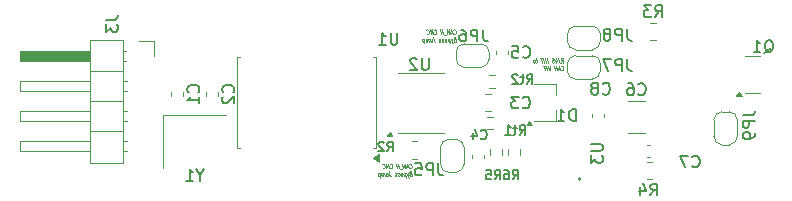
<source format=gbr>
%TF.GenerationSoftware,KiCad,Pcbnew,9.0.1*%
%TF.CreationDate,2025-04-24T23:24:54-04:00*%
%TF.ProjectId,can-nano-shield-rj45,63616e2d-6e61-46e6-9f2d-736869656c64,rev?*%
%TF.SameCoordinates,Original*%
%TF.FileFunction,Legend,Bot*%
%TF.FilePolarity,Positive*%
%FSLAX46Y46*%
G04 Gerber Fmt 4.6, Leading zero omitted, Abs format (unit mm)*
G04 Created by KiCad (PCBNEW 9.0.1) date 2025-04-24 23:24:54*
%MOMM*%
%LPD*%
G01*
G04 APERTURE LIST*
%ADD10C,0.075000*%
%ADD11C,0.150000*%
%ADD12C,0.120000*%
%ADD13C,0.200000*%
G04 APERTURE END LIST*
D10*
X150750181Y-88903169D02*
X150826372Y-88712693D01*
X150921610Y-88903169D02*
X150871610Y-88503169D01*
X150871610Y-88503169D02*
X150757324Y-88503169D01*
X150757324Y-88503169D02*
X150731134Y-88522217D01*
X150731134Y-88522217D02*
X150719229Y-88541264D01*
X150719229Y-88541264D02*
X150709705Y-88579360D01*
X150709705Y-88579360D02*
X150716848Y-88636502D01*
X150716848Y-88636502D02*
X150735896Y-88674598D01*
X150735896Y-88674598D02*
X150752562Y-88693645D01*
X150752562Y-88693645D02*
X150783515Y-88712693D01*
X150783515Y-88712693D02*
X150897800Y-88712693D01*
X150485896Y-88503169D02*
X150521610Y-88788883D01*
X150521610Y-88788883D02*
X150543038Y-88846026D01*
X150543038Y-88846026D02*
X150576372Y-88884122D01*
X150576372Y-88884122D02*
X150621610Y-88903169D01*
X150621610Y-88903169D02*
X150650181Y-88903169D01*
X150231134Y-88636502D02*
X150264467Y-88903169D01*
X150283515Y-88484122D02*
X150390658Y-88769836D01*
X150390658Y-88769836D02*
X150204944Y-88769836D01*
X149914468Y-88503169D02*
X150057325Y-88503169D01*
X150057325Y-88503169D02*
X150095420Y-88693645D01*
X150095420Y-88693645D02*
X150078753Y-88674598D01*
X150078753Y-88674598D02*
X150047801Y-88655550D01*
X150047801Y-88655550D02*
X149976373Y-88655550D01*
X149976373Y-88655550D02*
X149950182Y-88674598D01*
X149950182Y-88674598D02*
X149938277Y-88693645D01*
X149938277Y-88693645D02*
X149928753Y-88731741D01*
X149928753Y-88731741D02*
X149940658Y-88826979D01*
X149940658Y-88826979D02*
X149959706Y-88865074D01*
X149959706Y-88865074D02*
X149976373Y-88884122D01*
X149976373Y-88884122D02*
X150007325Y-88903169D01*
X150007325Y-88903169D02*
X150078753Y-88903169D01*
X150078753Y-88903169D02*
X150104944Y-88884122D01*
X150104944Y-88884122D02*
X150116849Y-88865074D01*
X149593040Y-88903169D02*
X149543040Y-88503169D01*
X149450183Y-88903169D02*
X149400183Y-88503169D01*
X149400183Y-88503169D02*
X149278754Y-88903169D01*
X149278754Y-88903169D02*
X149228754Y-88503169D01*
X149128754Y-88503169D02*
X148957325Y-88503169D01*
X149093040Y-88903169D02*
X149043040Y-88503169D01*
X148688279Y-88636502D02*
X148573993Y-88636502D01*
X148628755Y-88503169D02*
X148671612Y-88846026D01*
X148671612Y-88846026D02*
X148662088Y-88884122D01*
X148662088Y-88884122D02*
X148635898Y-88903169D01*
X148635898Y-88903169D02*
X148607326Y-88903169D01*
X148464469Y-88903169D02*
X148490659Y-88884122D01*
X148490659Y-88884122D02*
X148502564Y-88865074D01*
X148502564Y-88865074D02*
X148512088Y-88826979D01*
X148512088Y-88826979D02*
X148497802Y-88712693D01*
X148497802Y-88712693D02*
X148478754Y-88674598D01*
X148478754Y-88674598D02*
X148462088Y-88655550D01*
X148462088Y-88655550D02*
X148431135Y-88636502D01*
X148431135Y-88636502D02*
X148388278Y-88636502D01*
X148388278Y-88636502D02*
X148362088Y-88655550D01*
X148362088Y-88655550D02*
X148350183Y-88674598D01*
X148350183Y-88674598D02*
X148340659Y-88712693D01*
X148340659Y-88712693D02*
X148354945Y-88826979D01*
X148354945Y-88826979D02*
X148373993Y-88865074D01*
X148373993Y-88865074D02*
X148390659Y-88884122D01*
X148390659Y-88884122D02*
X148421612Y-88903169D01*
X148421612Y-88903169D02*
X148464469Y-88903169D01*
X150745419Y-89509052D02*
X150762086Y-89528100D01*
X150762086Y-89528100D02*
X150807324Y-89547147D01*
X150807324Y-89547147D02*
X150835896Y-89547147D01*
X150835896Y-89547147D02*
X150876372Y-89528100D01*
X150876372Y-89528100D02*
X150900181Y-89490004D01*
X150900181Y-89490004D02*
X150909705Y-89451909D01*
X150909705Y-89451909D02*
X150914467Y-89375719D01*
X150914467Y-89375719D02*
X150907324Y-89318576D01*
X150907324Y-89318576D02*
X150883515Y-89242385D01*
X150883515Y-89242385D02*
X150864467Y-89204290D01*
X150864467Y-89204290D02*
X150831134Y-89166195D01*
X150831134Y-89166195D02*
X150785896Y-89147147D01*
X150785896Y-89147147D02*
X150757324Y-89147147D01*
X150757324Y-89147147D02*
X150716848Y-89166195D01*
X150716848Y-89166195D02*
X150704943Y-89185242D01*
X150621610Y-89432861D02*
X150478753Y-89432861D01*
X150664467Y-89547147D02*
X150514467Y-89147147D01*
X150514467Y-89147147D02*
X150464467Y-89547147D01*
X150364467Y-89547147D02*
X150314467Y-89147147D01*
X150314467Y-89147147D02*
X150193038Y-89547147D01*
X150193038Y-89547147D02*
X150143038Y-89147147D01*
X149821610Y-89547147D02*
X149771610Y-89147147D01*
X149678753Y-89547147D02*
X149628753Y-89147147D01*
X149628753Y-89147147D02*
X149507324Y-89547147D01*
X149507324Y-89547147D02*
X149457324Y-89147147D01*
X149357324Y-89147147D02*
X149185895Y-89147147D01*
X149321610Y-89547147D02*
X149271610Y-89147147D01*
X141635419Y-86445074D02*
X141652086Y-86464122D01*
X141652086Y-86464122D02*
X141697324Y-86483169D01*
X141697324Y-86483169D02*
X141725896Y-86483169D01*
X141725896Y-86483169D02*
X141766372Y-86464122D01*
X141766372Y-86464122D02*
X141790181Y-86426026D01*
X141790181Y-86426026D02*
X141799705Y-86387931D01*
X141799705Y-86387931D02*
X141804467Y-86311741D01*
X141804467Y-86311741D02*
X141797324Y-86254598D01*
X141797324Y-86254598D02*
X141773515Y-86178407D01*
X141773515Y-86178407D02*
X141754467Y-86140312D01*
X141754467Y-86140312D02*
X141721134Y-86102217D01*
X141721134Y-86102217D02*
X141675896Y-86083169D01*
X141675896Y-86083169D02*
X141647324Y-86083169D01*
X141647324Y-86083169D02*
X141606848Y-86102217D01*
X141606848Y-86102217D02*
X141594943Y-86121264D01*
X141511610Y-86368883D02*
X141368753Y-86368883D01*
X141554467Y-86483169D02*
X141404467Y-86083169D01*
X141404467Y-86083169D02*
X141354467Y-86483169D01*
X141254467Y-86483169D02*
X141204467Y-86083169D01*
X141204467Y-86083169D02*
X141083038Y-86483169D01*
X141083038Y-86483169D02*
X141033038Y-86083169D01*
X141016371Y-86521264D02*
X140787800Y-86521264D01*
X140711610Y-86483169D02*
X140661610Y-86083169D01*
X140685419Y-86273645D02*
X140513991Y-86273645D01*
X140540181Y-86483169D02*
X140490181Y-86083169D01*
X139992562Y-86445074D02*
X140009229Y-86464122D01*
X140009229Y-86464122D02*
X140054467Y-86483169D01*
X140054467Y-86483169D02*
X140083039Y-86483169D01*
X140083039Y-86483169D02*
X140123515Y-86464122D01*
X140123515Y-86464122D02*
X140147324Y-86426026D01*
X140147324Y-86426026D02*
X140156848Y-86387931D01*
X140156848Y-86387931D02*
X140161610Y-86311741D01*
X140161610Y-86311741D02*
X140154467Y-86254598D01*
X140154467Y-86254598D02*
X140130658Y-86178407D01*
X140130658Y-86178407D02*
X140111610Y-86140312D01*
X140111610Y-86140312D02*
X140078277Y-86102217D01*
X140078277Y-86102217D02*
X140033039Y-86083169D01*
X140033039Y-86083169D02*
X140004467Y-86083169D01*
X140004467Y-86083169D02*
X139963991Y-86102217D01*
X139963991Y-86102217D02*
X139952086Y-86121264D01*
X139868753Y-86483169D02*
X139818753Y-86083169D01*
X139818753Y-86083169D02*
X139754467Y-86368883D01*
X139754467Y-86368883D02*
X139618753Y-86083169D01*
X139618753Y-86083169D02*
X139668753Y-86483169D01*
X139349705Y-86445074D02*
X139366372Y-86464122D01*
X139366372Y-86464122D02*
X139411610Y-86483169D01*
X139411610Y-86483169D02*
X139440182Y-86483169D01*
X139440182Y-86483169D02*
X139480658Y-86464122D01*
X139480658Y-86464122D02*
X139504467Y-86426026D01*
X139504467Y-86426026D02*
X139513991Y-86387931D01*
X139513991Y-86387931D02*
X139518753Y-86311741D01*
X139518753Y-86311741D02*
X139511610Y-86254598D01*
X139511610Y-86254598D02*
X139487801Y-86178407D01*
X139487801Y-86178407D02*
X139468753Y-86140312D01*
X139468753Y-86140312D02*
X139435420Y-86102217D01*
X139435420Y-86102217D02*
X139390182Y-86083169D01*
X139390182Y-86083169D02*
X139361610Y-86083169D01*
X139361610Y-86083169D02*
X139321134Y-86102217D01*
X139321134Y-86102217D02*
X139309229Y-86121264D01*
X141685419Y-86917623D02*
X141644943Y-86936671D01*
X141644943Y-86936671D02*
X141633038Y-86955719D01*
X141633038Y-86955719D02*
X141623515Y-86993814D01*
X141623515Y-86993814D02*
X141630658Y-87050957D01*
X141630658Y-87050957D02*
X141649705Y-87089052D01*
X141649705Y-87089052D02*
X141666372Y-87108100D01*
X141666372Y-87108100D02*
X141697324Y-87127147D01*
X141697324Y-87127147D02*
X141811610Y-87127147D01*
X141811610Y-87127147D02*
X141761610Y-86727147D01*
X141761610Y-86727147D02*
X141661610Y-86727147D01*
X141661610Y-86727147D02*
X141635419Y-86746195D01*
X141635419Y-86746195D02*
X141623515Y-86765242D01*
X141623515Y-86765242D02*
X141613991Y-86803338D01*
X141613991Y-86803338D02*
X141618753Y-86841433D01*
X141618753Y-86841433D02*
X141637800Y-86879528D01*
X141637800Y-86879528D02*
X141654467Y-86898576D01*
X141654467Y-86898576D02*
X141685419Y-86917623D01*
X141685419Y-86917623D02*
X141785419Y-86917623D01*
X141506848Y-86860480D02*
X141468753Y-87127147D01*
X141363991Y-86860480D02*
X141468753Y-87127147D01*
X141468753Y-87127147D02*
X141509229Y-87222385D01*
X141509229Y-87222385D02*
X141525896Y-87241433D01*
X141525896Y-87241433D02*
X141556848Y-87260480D01*
X141249706Y-86860480D02*
X141299706Y-87260480D01*
X141252087Y-86879528D02*
X141221134Y-86860480D01*
X141221134Y-86860480D02*
X141163991Y-86860480D01*
X141163991Y-86860480D02*
X141137801Y-86879528D01*
X141137801Y-86879528D02*
X141125896Y-86898576D01*
X141125896Y-86898576D02*
X141116372Y-86936671D01*
X141116372Y-86936671D02*
X141130658Y-87050957D01*
X141130658Y-87050957D02*
X141149706Y-87089052D01*
X141149706Y-87089052D02*
X141166372Y-87108100D01*
X141166372Y-87108100D02*
X141197325Y-87127147D01*
X141197325Y-87127147D02*
X141254467Y-87127147D01*
X141254467Y-87127147D02*
X141280658Y-87108100D01*
X140883038Y-87127147D02*
X140856848Y-86917623D01*
X140856848Y-86917623D02*
X140866372Y-86879528D01*
X140866372Y-86879528D02*
X140892562Y-86860480D01*
X140892562Y-86860480D02*
X140949705Y-86860480D01*
X140949705Y-86860480D02*
X140980658Y-86879528D01*
X140880658Y-87108100D02*
X140911610Y-87127147D01*
X140911610Y-87127147D02*
X140983038Y-87127147D01*
X140983038Y-87127147D02*
X141009229Y-87108100D01*
X141009229Y-87108100D02*
X141018753Y-87070004D01*
X141018753Y-87070004D02*
X141013991Y-87031909D01*
X141013991Y-87031909D02*
X140994943Y-86993814D01*
X140994943Y-86993814D02*
X140963991Y-86974766D01*
X140963991Y-86974766D02*
X140892562Y-86974766D01*
X140892562Y-86974766D02*
X140861610Y-86955719D01*
X140752086Y-87108100D02*
X140725895Y-87127147D01*
X140725895Y-87127147D02*
X140668752Y-87127147D01*
X140668752Y-87127147D02*
X140637800Y-87108100D01*
X140637800Y-87108100D02*
X140618752Y-87070004D01*
X140618752Y-87070004D02*
X140616371Y-87050957D01*
X140616371Y-87050957D02*
X140625895Y-87012861D01*
X140625895Y-87012861D02*
X140652086Y-86993814D01*
X140652086Y-86993814D02*
X140694943Y-86993814D01*
X140694943Y-86993814D02*
X140721133Y-86974766D01*
X140721133Y-86974766D02*
X140730657Y-86936671D01*
X140730657Y-86936671D02*
X140728276Y-86917623D01*
X140728276Y-86917623D02*
X140709229Y-86879528D01*
X140709229Y-86879528D02*
X140678276Y-86860480D01*
X140678276Y-86860480D02*
X140635419Y-86860480D01*
X140635419Y-86860480D02*
X140609229Y-86879528D01*
X140509229Y-87108100D02*
X140483038Y-87127147D01*
X140483038Y-87127147D02*
X140425895Y-87127147D01*
X140425895Y-87127147D02*
X140394943Y-87108100D01*
X140394943Y-87108100D02*
X140375895Y-87070004D01*
X140375895Y-87070004D02*
X140373514Y-87050957D01*
X140373514Y-87050957D02*
X140383038Y-87012861D01*
X140383038Y-87012861D02*
X140409229Y-86993814D01*
X140409229Y-86993814D02*
X140452086Y-86993814D01*
X140452086Y-86993814D02*
X140478276Y-86974766D01*
X140478276Y-86974766D02*
X140487800Y-86936671D01*
X140487800Y-86936671D02*
X140485419Y-86917623D01*
X140485419Y-86917623D02*
X140466372Y-86879528D01*
X140466372Y-86879528D02*
X140435419Y-86860480D01*
X140435419Y-86860480D02*
X140392562Y-86860480D01*
X140392562Y-86860480D02*
X140366372Y-86879528D01*
X139890182Y-86727147D02*
X139925896Y-87012861D01*
X139925896Y-87012861D02*
X139947324Y-87070004D01*
X139947324Y-87070004D02*
X139980658Y-87108100D01*
X139980658Y-87108100D02*
X140025896Y-87127147D01*
X140025896Y-87127147D02*
X140054467Y-87127147D01*
X139635420Y-86860480D02*
X139668753Y-87127147D01*
X139763992Y-86860480D02*
X139790182Y-87070004D01*
X139790182Y-87070004D02*
X139780658Y-87108100D01*
X139780658Y-87108100D02*
X139754468Y-87127147D01*
X139754468Y-87127147D02*
X139711611Y-87127147D01*
X139711611Y-87127147D02*
X139680658Y-87108100D01*
X139680658Y-87108100D02*
X139663992Y-87089052D01*
X139525896Y-87127147D02*
X139492563Y-86860480D01*
X139497324Y-86898576D02*
X139480658Y-86879528D01*
X139480658Y-86879528D02*
X139449705Y-86860480D01*
X139449705Y-86860480D02*
X139406848Y-86860480D01*
X139406848Y-86860480D02*
X139380658Y-86879528D01*
X139380658Y-86879528D02*
X139371134Y-86917623D01*
X139371134Y-86917623D02*
X139397324Y-87127147D01*
X139371134Y-86917623D02*
X139352086Y-86879528D01*
X139352086Y-86879528D02*
X139321134Y-86860480D01*
X139321134Y-86860480D02*
X139278277Y-86860480D01*
X139278277Y-86860480D02*
X139252086Y-86879528D01*
X139252086Y-86879528D02*
X139242563Y-86917623D01*
X139242563Y-86917623D02*
X139268753Y-87127147D01*
X139092563Y-86860480D02*
X139142563Y-87260480D01*
X139094944Y-86879528D02*
X139063991Y-86860480D01*
X139063991Y-86860480D02*
X139006848Y-86860480D01*
X139006848Y-86860480D02*
X138980658Y-86879528D01*
X138980658Y-86879528D02*
X138968753Y-86898576D01*
X138968753Y-86898576D02*
X138959229Y-86936671D01*
X138959229Y-86936671D02*
X138973515Y-87050957D01*
X138973515Y-87050957D02*
X138992563Y-87089052D01*
X138992563Y-87089052D02*
X139009229Y-87108100D01*
X139009229Y-87108100D02*
X139040182Y-87127147D01*
X139040182Y-87127147D02*
X139097324Y-87127147D01*
X139097324Y-87127147D02*
X139123515Y-87108100D01*
X137895419Y-97825074D02*
X137912086Y-97844122D01*
X137912086Y-97844122D02*
X137957324Y-97863169D01*
X137957324Y-97863169D02*
X137985896Y-97863169D01*
X137985896Y-97863169D02*
X138026372Y-97844122D01*
X138026372Y-97844122D02*
X138050181Y-97806026D01*
X138050181Y-97806026D02*
X138059705Y-97767931D01*
X138059705Y-97767931D02*
X138064467Y-97691741D01*
X138064467Y-97691741D02*
X138057324Y-97634598D01*
X138057324Y-97634598D02*
X138033515Y-97558407D01*
X138033515Y-97558407D02*
X138014467Y-97520312D01*
X138014467Y-97520312D02*
X137981134Y-97482217D01*
X137981134Y-97482217D02*
X137935896Y-97463169D01*
X137935896Y-97463169D02*
X137907324Y-97463169D01*
X137907324Y-97463169D02*
X137866848Y-97482217D01*
X137866848Y-97482217D02*
X137854943Y-97501264D01*
X137771610Y-97748883D02*
X137628753Y-97748883D01*
X137814467Y-97863169D02*
X137664467Y-97463169D01*
X137664467Y-97463169D02*
X137614467Y-97863169D01*
X137514467Y-97863169D02*
X137464467Y-97463169D01*
X137464467Y-97463169D02*
X137343038Y-97863169D01*
X137343038Y-97863169D02*
X137293038Y-97463169D01*
X137276371Y-97901264D02*
X137047800Y-97901264D01*
X136971610Y-97863169D02*
X136921610Y-97463169D01*
X136945419Y-97653645D02*
X136773991Y-97653645D01*
X136800181Y-97863169D02*
X136750181Y-97463169D01*
X136252562Y-97825074D02*
X136269229Y-97844122D01*
X136269229Y-97844122D02*
X136314467Y-97863169D01*
X136314467Y-97863169D02*
X136343039Y-97863169D01*
X136343039Y-97863169D02*
X136383515Y-97844122D01*
X136383515Y-97844122D02*
X136407324Y-97806026D01*
X136407324Y-97806026D02*
X136416848Y-97767931D01*
X136416848Y-97767931D02*
X136421610Y-97691741D01*
X136421610Y-97691741D02*
X136414467Y-97634598D01*
X136414467Y-97634598D02*
X136390658Y-97558407D01*
X136390658Y-97558407D02*
X136371610Y-97520312D01*
X136371610Y-97520312D02*
X136338277Y-97482217D01*
X136338277Y-97482217D02*
X136293039Y-97463169D01*
X136293039Y-97463169D02*
X136264467Y-97463169D01*
X136264467Y-97463169D02*
X136223991Y-97482217D01*
X136223991Y-97482217D02*
X136212086Y-97501264D01*
X136128753Y-97863169D02*
X136078753Y-97463169D01*
X136078753Y-97463169D02*
X136014467Y-97748883D01*
X136014467Y-97748883D02*
X135878753Y-97463169D01*
X135878753Y-97463169D02*
X135928753Y-97863169D01*
X135609705Y-97825074D02*
X135626372Y-97844122D01*
X135626372Y-97844122D02*
X135671610Y-97863169D01*
X135671610Y-97863169D02*
X135700182Y-97863169D01*
X135700182Y-97863169D02*
X135740658Y-97844122D01*
X135740658Y-97844122D02*
X135764467Y-97806026D01*
X135764467Y-97806026D02*
X135773991Y-97767931D01*
X135773991Y-97767931D02*
X135778753Y-97691741D01*
X135778753Y-97691741D02*
X135771610Y-97634598D01*
X135771610Y-97634598D02*
X135747801Y-97558407D01*
X135747801Y-97558407D02*
X135728753Y-97520312D01*
X135728753Y-97520312D02*
X135695420Y-97482217D01*
X135695420Y-97482217D02*
X135650182Y-97463169D01*
X135650182Y-97463169D02*
X135621610Y-97463169D01*
X135621610Y-97463169D02*
X135581134Y-97482217D01*
X135581134Y-97482217D02*
X135569229Y-97501264D01*
X137945419Y-98297623D02*
X137904943Y-98316671D01*
X137904943Y-98316671D02*
X137893038Y-98335719D01*
X137893038Y-98335719D02*
X137883515Y-98373814D01*
X137883515Y-98373814D02*
X137890658Y-98430957D01*
X137890658Y-98430957D02*
X137909705Y-98469052D01*
X137909705Y-98469052D02*
X137926372Y-98488100D01*
X137926372Y-98488100D02*
X137957324Y-98507147D01*
X137957324Y-98507147D02*
X138071610Y-98507147D01*
X138071610Y-98507147D02*
X138021610Y-98107147D01*
X138021610Y-98107147D02*
X137921610Y-98107147D01*
X137921610Y-98107147D02*
X137895419Y-98126195D01*
X137895419Y-98126195D02*
X137883515Y-98145242D01*
X137883515Y-98145242D02*
X137873991Y-98183338D01*
X137873991Y-98183338D02*
X137878753Y-98221433D01*
X137878753Y-98221433D02*
X137897800Y-98259528D01*
X137897800Y-98259528D02*
X137914467Y-98278576D01*
X137914467Y-98278576D02*
X137945419Y-98297623D01*
X137945419Y-98297623D02*
X138045419Y-98297623D01*
X137766848Y-98240480D02*
X137728753Y-98507147D01*
X137623991Y-98240480D02*
X137728753Y-98507147D01*
X137728753Y-98507147D02*
X137769229Y-98602385D01*
X137769229Y-98602385D02*
X137785896Y-98621433D01*
X137785896Y-98621433D02*
X137816848Y-98640480D01*
X137509706Y-98240480D02*
X137559706Y-98640480D01*
X137512087Y-98259528D02*
X137481134Y-98240480D01*
X137481134Y-98240480D02*
X137423991Y-98240480D01*
X137423991Y-98240480D02*
X137397801Y-98259528D01*
X137397801Y-98259528D02*
X137385896Y-98278576D01*
X137385896Y-98278576D02*
X137376372Y-98316671D01*
X137376372Y-98316671D02*
X137390658Y-98430957D01*
X137390658Y-98430957D02*
X137409706Y-98469052D01*
X137409706Y-98469052D02*
X137426372Y-98488100D01*
X137426372Y-98488100D02*
X137457325Y-98507147D01*
X137457325Y-98507147D02*
X137514467Y-98507147D01*
X137514467Y-98507147D02*
X137540658Y-98488100D01*
X137143038Y-98507147D02*
X137116848Y-98297623D01*
X137116848Y-98297623D02*
X137126372Y-98259528D01*
X137126372Y-98259528D02*
X137152562Y-98240480D01*
X137152562Y-98240480D02*
X137209705Y-98240480D01*
X137209705Y-98240480D02*
X137240658Y-98259528D01*
X137140658Y-98488100D02*
X137171610Y-98507147D01*
X137171610Y-98507147D02*
X137243038Y-98507147D01*
X137243038Y-98507147D02*
X137269229Y-98488100D01*
X137269229Y-98488100D02*
X137278753Y-98450004D01*
X137278753Y-98450004D02*
X137273991Y-98411909D01*
X137273991Y-98411909D02*
X137254943Y-98373814D01*
X137254943Y-98373814D02*
X137223991Y-98354766D01*
X137223991Y-98354766D02*
X137152562Y-98354766D01*
X137152562Y-98354766D02*
X137121610Y-98335719D01*
X137012086Y-98488100D02*
X136985895Y-98507147D01*
X136985895Y-98507147D02*
X136928752Y-98507147D01*
X136928752Y-98507147D02*
X136897800Y-98488100D01*
X136897800Y-98488100D02*
X136878752Y-98450004D01*
X136878752Y-98450004D02*
X136876371Y-98430957D01*
X136876371Y-98430957D02*
X136885895Y-98392861D01*
X136885895Y-98392861D02*
X136912086Y-98373814D01*
X136912086Y-98373814D02*
X136954943Y-98373814D01*
X136954943Y-98373814D02*
X136981133Y-98354766D01*
X136981133Y-98354766D02*
X136990657Y-98316671D01*
X136990657Y-98316671D02*
X136988276Y-98297623D01*
X136988276Y-98297623D02*
X136969229Y-98259528D01*
X136969229Y-98259528D02*
X136938276Y-98240480D01*
X136938276Y-98240480D02*
X136895419Y-98240480D01*
X136895419Y-98240480D02*
X136869229Y-98259528D01*
X136769229Y-98488100D02*
X136743038Y-98507147D01*
X136743038Y-98507147D02*
X136685895Y-98507147D01*
X136685895Y-98507147D02*
X136654943Y-98488100D01*
X136654943Y-98488100D02*
X136635895Y-98450004D01*
X136635895Y-98450004D02*
X136633514Y-98430957D01*
X136633514Y-98430957D02*
X136643038Y-98392861D01*
X136643038Y-98392861D02*
X136669229Y-98373814D01*
X136669229Y-98373814D02*
X136712086Y-98373814D01*
X136712086Y-98373814D02*
X136738276Y-98354766D01*
X136738276Y-98354766D02*
X136747800Y-98316671D01*
X136747800Y-98316671D02*
X136745419Y-98297623D01*
X136745419Y-98297623D02*
X136726372Y-98259528D01*
X136726372Y-98259528D02*
X136695419Y-98240480D01*
X136695419Y-98240480D02*
X136652562Y-98240480D01*
X136652562Y-98240480D02*
X136626372Y-98259528D01*
X136150182Y-98107147D02*
X136185896Y-98392861D01*
X136185896Y-98392861D02*
X136207324Y-98450004D01*
X136207324Y-98450004D02*
X136240658Y-98488100D01*
X136240658Y-98488100D02*
X136285896Y-98507147D01*
X136285896Y-98507147D02*
X136314467Y-98507147D01*
X135895420Y-98240480D02*
X135928753Y-98507147D01*
X136023992Y-98240480D02*
X136050182Y-98450004D01*
X136050182Y-98450004D02*
X136040658Y-98488100D01*
X136040658Y-98488100D02*
X136014468Y-98507147D01*
X136014468Y-98507147D02*
X135971611Y-98507147D01*
X135971611Y-98507147D02*
X135940658Y-98488100D01*
X135940658Y-98488100D02*
X135923992Y-98469052D01*
X135785896Y-98507147D02*
X135752563Y-98240480D01*
X135757324Y-98278576D02*
X135740658Y-98259528D01*
X135740658Y-98259528D02*
X135709705Y-98240480D01*
X135709705Y-98240480D02*
X135666848Y-98240480D01*
X135666848Y-98240480D02*
X135640658Y-98259528D01*
X135640658Y-98259528D02*
X135631134Y-98297623D01*
X135631134Y-98297623D02*
X135657324Y-98507147D01*
X135631134Y-98297623D02*
X135612086Y-98259528D01*
X135612086Y-98259528D02*
X135581134Y-98240480D01*
X135581134Y-98240480D02*
X135538277Y-98240480D01*
X135538277Y-98240480D02*
X135512086Y-98259528D01*
X135512086Y-98259528D02*
X135502563Y-98297623D01*
X135502563Y-98297623D02*
X135528753Y-98507147D01*
X135352563Y-98240480D02*
X135402563Y-98640480D01*
X135354944Y-98259528D02*
X135323991Y-98240480D01*
X135323991Y-98240480D02*
X135266848Y-98240480D01*
X135266848Y-98240480D02*
X135240658Y-98259528D01*
X135240658Y-98259528D02*
X135228753Y-98278576D01*
X135228753Y-98278576D02*
X135219229Y-98316671D01*
X135219229Y-98316671D02*
X135233515Y-98430957D01*
X135233515Y-98430957D02*
X135252563Y-98469052D01*
X135252563Y-98469052D02*
X135269229Y-98488100D01*
X135269229Y-98488100D02*
X135300182Y-98507147D01*
X135300182Y-98507147D02*
X135357324Y-98507147D01*
X135357324Y-98507147D02*
X135383515Y-98488100D01*
D11*
X156343333Y-88614819D02*
X156343333Y-89329104D01*
X156343333Y-89329104D02*
X156390952Y-89471961D01*
X156390952Y-89471961D02*
X156486190Y-89567200D01*
X156486190Y-89567200D02*
X156629047Y-89614819D01*
X156629047Y-89614819D02*
X156724285Y-89614819D01*
X155867142Y-89614819D02*
X155867142Y-88614819D01*
X155867142Y-88614819D02*
X155486190Y-88614819D01*
X155486190Y-88614819D02*
X155390952Y-88662438D01*
X155390952Y-88662438D02*
X155343333Y-88710057D01*
X155343333Y-88710057D02*
X155295714Y-88805295D01*
X155295714Y-88805295D02*
X155295714Y-88948152D01*
X155295714Y-88948152D02*
X155343333Y-89043390D01*
X155343333Y-89043390D02*
X155390952Y-89091009D01*
X155390952Y-89091009D02*
X155486190Y-89138628D01*
X155486190Y-89138628D02*
X155867142Y-89138628D01*
X154962380Y-88614819D02*
X154295714Y-88614819D01*
X154295714Y-88614819D02*
X154724285Y-89614819D01*
X167935238Y-88080057D02*
X168030476Y-88032438D01*
X168030476Y-88032438D02*
X168125714Y-87937200D01*
X168125714Y-87937200D02*
X168268571Y-87794342D01*
X168268571Y-87794342D02*
X168363809Y-87746723D01*
X168363809Y-87746723D02*
X168459047Y-87746723D01*
X168411428Y-87984819D02*
X168506666Y-87937200D01*
X168506666Y-87937200D02*
X168601904Y-87841961D01*
X168601904Y-87841961D02*
X168649523Y-87651485D01*
X168649523Y-87651485D02*
X168649523Y-87318152D01*
X168649523Y-87318152D02*
X168601904Y-87127676D01*
X168601904Y-87127676D02*
X168506666Y-87032438D01*
X168506666Y-87032438D02*
X168411428Y-86984819D01*
X168411428Y-86984819D02*
X168220952Y-86984819D01*
X168220952Y-86984819D02*
X168125714Y-87032438D01*
X168125714Y-87032438D02*
X168030476Y-87127676D01*
X168030476Y-87127676D02*
X167982857Y-87318152D01*
X167982857Y-87318152D02*
X167982857Y-87651485D01*
X167982857Y-87651485D02*
X168030476Y-87841961D01*
X168030476Y-87841961D02*
X168125714Y-87937200D01*
X168125714Y-87937200D02*
X168220952Y-87984819D01*
X168220952Y-87984819D02*
X168411428Y-87984819D01*
X167030476Y-87984819D02*
X167601904Y-87984819D01*
X167316190Y-87984819D02*
X167316190Y-86984819D01*
X167316190Y-86984819D02*
X167411428Y-87127676D01*
X167411428Y-87127676D02*
X167506666Y-87222914D01*
X167506666Y-87222914D02*
X167601904Y-87270533D01*
X157266666Y-91559580D02*
X157314285Y-91607200D01*
X157314285Y-91607200D02*
X157457142Y-91654819D01*
X157457142Y-91654819D02*
X157552380Y-91654819D01*
X157552380Y-91654819D02*
X157695237Y-91607200D01*
X157695237Y-91607200D02*
X157790475Y-91511961D01*
X157790475Y-91511961D02*
X157838094Y-91416723D01*
X157838094Y-91416723D02*
X157885713Y-91226247D01*
X157885713Y-91226247D02*
X157885713Y-91083390D01*
X157885713Y-91083390D02*
X157838094Y-90892914D01*
X157838094Y-90892914D02*
X157790475Y-90797676D01*
X157790475Y-90797676D02*
X157695237Y-90702438D01*
X157695237Y-90702438D02*
X157552380Y-90654819D01*
X157552380Y-90654819D02*
X157457142Y-90654819D01*
X157457142Y-90654819D02*
X157314285Y-90702438D01*
X157314285Y-90702438D02*
X157266666Y-90750057D01*
X156409523Y-90654819D02*
X156599999Y-90654819D01*
X156599999Y-90654819D02*
X156695237Y-90702438D01*
X156695237Y-90702438D02*
X156742856Y-90750057D01*
X156742856Y-90750057D02*
X156838094Y-90892914D01*
X156838094Y-90892914D02*
X156885713Y-91083390D01*
X156885713Y-91083390D02*
X156885713Y-91464342D01*
X156885713Y-91464342D02*
X156838094Y-91559580D01*
X156838094Y-91559580D02*
X156790475Y-91607200D01*
X156790475Y-91607200D02*
X156695237Y-91654819D01*
X156695237Y-91654819D02*
X156504761Y-91654819D01*
X156504761Y-91654819D02*
X156409523Y-91607200D01*
X156409523Y-91607200D02*
X156361904Y-91559580D01*
X156361904Y-91559580D02*
X156314285Y-91464342D01*
X156314285Y-91464342D02*
X156314285Y-91226247D01*
X156314285Y-91226247D02*
X156361904Y-91131009D01*
X156361904Y-91131009D02*
X156409523Y-91083390D01*
X156409523Y-91083390D02*
X156504761Y-91035771D01*
X156504761Y-91035771D02*
X156695237Y-91035771D01*
X156695237Y-91035771D02*
X156790475Y-91083390D01*
X156790475Y-91083390D02*
X156838094Y-91131009D01*
X156838094Y-91131009D02*
X156885713Y-91226247D01*
X120176190Y-98438628D02*
X120176190Y-98914819D01*
X120509523Y-97914819D02*
X120176190Y-98438628D01*
X120176190Y-98438628D02*
X119842857Y-97914819D01*
X118985714Y-98914819D02*
X119557142Y-98914819D01*
X119271428Y-98914819D02*
X119271428Y-97914819D01*
X119271428Y-97914819D02*
X119366666Y-98057676D01*
X119366666Y-98057676D02*
X119461904Y-98152914D01*
X119461904Y-98152914D02*
X119557142Y-98200533D01*
X161826666Y-97679580D02*
X161874285Y-97727200D01*
X161874285Y-97727200D02*
X162017142Y-97774819D01*
X162017142Y-97774819D02*
X162112380Y-97774819D01*
X162112380Y-97774819D02*
X162255237Y-97727200D01*
X162255237Y-97727200D02*
X162350475Y-97631961D01*
X162350475Y-97631961D02*
X162398094Y-97536723D01*
X162398094Y-97536723D02*
X162445713Y-97346247D01*
X162445713Y-97346247D02*
X162445713Y-97203390D01*
X162445713Y-97203390D02*
X162398094Y-97012914D01*
X162398094Y-97012914D02*
X162350475Y-96917676D01*
X162350475Y-96917676D02*
X162255237Y-96822438D01*
X162255237Y-96822438D02*
X162112380Y-96774819D01*
X162112380Y-96774819D02*
X162017142Y-96774819D01*
X162017142Y-96774819D02*
X161874285Y-96822438D01*
X161874285Y-96822438D02*
X161826666Y-96870057D01*
X161493332Y-96774819D02*
X160826666Y-96774819D01*
X160826666Y-96774819D02*
X161255237Y-97774819D01*
X144113333Y-86099819D02*
X144113333Y-86814104D01*
X144113333Y-86814104D02*
X144160952Y-86956961D01*
X144160952Y-86956961D02*
X144256190Y-87052200D01*
X144256190Y-87052200D02*
X144399047Y-87099819D01*
X144399047Y-87099819D02*
X144494285Y-87099819D01*
X143637142Y-87099819D02*
X143637142Y-86099819D01*
X143637142Y-86099819D02*
X143256190Y-86099819D01*
X143256190Y-86099819D02*
X143160952Y-86147438D01*
X143160952Y-86147438D02*
X143113333Y-86195057D01*
X143113333Y-86195057D02*
X143065714Y-86290295D01*
X143065714Y-86290295D02*
X143065714Y-86433152D01*
X143065714Y-86433152D02*
X143113333Y-86528390D01*
X143113333Y-86528390D02*
X143160952Y-86576009D01*
X143160952Y-86576009D02*
X143256190Y-86623628D01*
X143256190Y-86623628D02*
X143637142Y-86623628D01*
X142208571Y-86099819D02*
X142399047Y-86099819D01*
X142399047Y-86099819D02*
X142494285Y-86147438D01*
X142494285Y-86147438D02*
X142541904Y-86195057D01*
X142541904Y-86195057D02*
X142637142Y-86337914D01*
X142637142Y-86337914D02*
X142684761Y-86528390D01*
X142684761Y-86528390D02*
X142684761Y-86909342D01*
X142684761Y-86909342D02*
X142637142Y-87004580D01*
X142637142Y-87004580D02*
X142589523Y-87052200D01*
X142589523Y-87052200D02*
X142494285Y-87099819D01*
X142494285Y-87099819D02*
X142303809Y-87099819D01*
X142303809Y-87099819D02*
X142208571Y-87052200D01*
X142208571Y-87052200D02*
X142160952Y-87004580D01*
X142160952Y-87004580D02*
X142113333Y-86909342D01*
X142113333Y-86909342D02*
X142113333Y-86671247D01*
X142113333Y-86671247D02*
X142160952Y-86576009D01*
X142160952Y-86576009D02*
X142208571Y-86528390D01*
X142208571Y-86528390D02*
X142303809Y-86480771D01*
X142303809Y-86480771D02*
X142494285Y-86480771D01*
X142494285Y-86480771D02*
X142589523Y-86528390D01*
X142589523Y-86528390D02*
X142637142Y-86576009D01*
X142637142Y-86576009D02*
X142684761Y-86671247D01*
X158291666Y-100134819D02*
X158624999Y-99658628D01*
X158863094Y-100134819D02*
X158863094Y-99134819D01*
X158863094Y-99134819D02*
X158482142Y-99134819D01*
X158482142Y-99134819D02*
X158386904Y-99182438D01*
X158386904Y-99182438D02*
X158339285Y-99230057D01*
X158339285Y-99230057D02*
X158291666Y-99325295D01*
X158291666Y-99325295D02*
X158291666Y-99468152D01*
X158291666Y-99468152D02*
X158339285Y-99563390D01*
X158339285Y-99563390D02*
X158386904Y-99611009D01*
X158386904Y-99611009D02*
X158482142Y-99658628D01*
X158482142Y-99658628D02*
X158863094Y-99658628D01*
X157434523Y-99468152D02*
X157434523Y-100134819D01*
X157672618Y-99087200D02*
X157910713Y-99801485D01*
X157910713Y-99801485D02*
X157291666Y-99801485D01*
X154236666Y-91509580D02*
X154284285Y-91557200D01*
X154284285Y-91557200D02*
X154427142Y-91604819D01*
X154427142Y-91604819D02*
X154522380Y-91604819D01*
X154522380Y-91604819D02*
X154665237Y-91557200D01*
X154665237Y-91557200D02*
X154760475Y-91461961D01*
X154760475Y-91461961D02*
X154808094Y-91366723D01*
X154808094Y-91366723D02*
X154855713Y-91176247D01*
X154855713Y-91176247D02*
X154855713Y-91033390D01*
X154855713Y-91033390D02*
X154808094Y-90842914D01*
X154808094Y-90842914D02*
X154760475Y-90747676D01*
X154760475Y-90747676D02*
X154665237Y-90652438D01*
X154665237Y-90652438D02*
X154522380Y-90604819D01*
X154522380Y-90604819D02*
X154427142Y-90604819D01*
X154427142Y-90604819D02*
X154284285Y-90652438D01*
X154284285Y-90652438D02*
X154236666Y-90700057D01*
X153665237Y-91033390D02*
X153760475Y-90985771D01*
X153760475Y-90985771D02*
X153808094Y-90938152D01*
X153808094Y-90938152D02*
X153855713Y-90842914D01*
X153855713Y-90842914D02*
X153855713Y-90795295D01*
X153855713Y-90795295D02*
X153808094Y-90700057D01*
X153808094Y-90700057D02*
X153760475Y-90652438D01*
X153760475Y-90652438D02*
X153665237Y-90604819D01*
X153665237Y-90604819D02*
X153474761Y-90604819D01*
X153474761Y-90604819D02*
X153379523Y-90652438D01*
X153379523Y-90652438D02*
X153331904Y-90700057D01*
X153331904Y-90700057D02*
X153284285Y-90795295D01*
X153284285Y-90795295D02*
X153284285Y-90842914D01*
X153284285Y-90842914D02*
X153331904Y-90938152D01*
X153331904Y-90938152D02*
X153379523Y-90985771D01*
X153379523Y-90985771D02*
X153474761Y-91033390D01*
X153474761Y-91033390D02*
X153665237Y-91033390D01*
X153665237Y-91033390D02*
X153760475Y-91081009D01*
X153760475Y-91081009D02*
X153808094Y-91128628D01*
X153808094Y-91128628D02*
X153855713Y-91223866D01*
X153855713Y-91223866D02*
X153855713Y-91414342D01*
X153855713Y-91414342D02*
X153808094Y-91509580D01*
X153808094Y-91509580D02*
X153760475Y-91557200D01*
X153760475Y-91557200D02*
X153665237Y-91604819D01*
X153665237Y-91604819D02*
X153474761Y-91604819D01*
X153474761Y-91604819D02*
X153379523Y-91557200D01*
X153379523Y-91557200D02*
X153331904Y-91509580D01*
X153331904Y-91509580D02*
X153284285Y-91414342D01*
X153284285Y-91414342D02*
X153284285Y-91223866D01*
X153284285Y-91223866D02*
X153331904Y-91128628D01*
X153331904Y-91128628D02*
X153379523Y-91081009D01*
X153379523Y-91081009D02*
X153474761Y-91033390D01*
X156313333Y-86034819D02*
X156313333Y-86749104D01*
X156313333Y-86749104D02*
X156360952Y-86891961D01*
X156360952Y-86891961D02*
X156456190Y-86987200D01*
X156456190Y-86987200D02*
X156599047Y-87034819D01*
X156599047Y-87034819D02*
X156694285Y-87034819D01*
X155837142Y-87034819D02*
X155837142Y-86034819D01*
X155837142Y-86034819D02*
X155456190Y-86034819D01*
X155456190Y-86034819D02*
X155360952Y-86082438D01*
X155360952Y-86082438D02*
X155313333Y-86130057D01*
X155313333Y-86130057D02*
X155265714Y-86225295D01*
X155265714Y-86225295D02*
X155265714Y-86368152D01*
X155265714Y-86368152D02*
X155313333Y-86463390D01*
X155313333Y-86463390D02*
X155360952Y-86511009D01*
X155360952Y-86511009D02*
X155456190Y-86558628D01*
X155456190Y-86558628D02*
X155837142Y-86558628D01*
X154694285Y-86463390D02*
X154789523Y-86415771D01*
X154789523Y-86415771D02*
X154837142Y-86368152D01*
X154837142Y-86368152D02*
X154884761Y-86272914D01*
X154884761Y-86272914D02*
X154884761Y-86225295D01*
X154884761Y-86225295D02*
X154837142Y-86130057D01*
X154837142Y-86130057D02*
X154789523Y-86082438D01*
X154789523Y-86082438D02*
X154694285Y-86034819D01*
X154694285Y-86034819D02*
X154503809Y-86034819D01*
X154503809Y-86034819D02*
X154408571Y-86082438D01*
X154408571Y-86082438D02*
X154360952Y-86130057D01*
X154360952Y-86130057D02*
X154313333Y-86225295D01*
X154313333Y-86225295D02*
X154313333Y-86272914D01*
X154313333Y-86272914D02*
X154360952Y-86368152D01*
X154360952Y-86368152D02*
X154408571Y-86415771D01*
X154408571Y-86415771D02*
X154503809Y-86463390D01*
X154503809Y-86463390D02*
X154694285Y-86463390D01*
X154694285Y-86463390D02*
X154789523Y-86511009D01*
X154789523Y-86511009D02*
X154837142Y-86558628D01*
X154837142Y-86558628D02*
X154884761Y-86653866D01*
X154884761Y-86653866D02*
X154884761Y-86844342D01*
X154884761Y-86844342D02*
X154837142Y-86939580D01*
X154837142Y-86939580D02*
X154789523Y-86987200D01*
X154789523Y-86987200D02*
X154694285Y-87034819D01*
X154694285Y-87034819D02*
X154503809Y-87034819D01*
X154503809Y-87034819D02*
X154408571Y-86987200D01*
X154408571Y-86987200D02*
X154360952Y-86939580D01*
X154360952Y-86939580D02*
X154313333Y-86844342D01*
X154313333Y-86844342D02*
X154313333Y-86653866D01*
X154313333Y-86653866D02*
X154360952Y-86558628D01*
X154360952Y-86558628D02*
X154408571Y-86511009D01*
X154408571Y-86511009D02*
X154503809Y-86463390D01*
X143913332Y-95296104D02*
X143951428Y-95334200D01*
X143951428Y-95334200D02*
X144065713Y-95372295D01*
X144065713Y-95372295D02*
X144141904Y-95372295D01*
X144141904Y-95372295D02*
X144256190Y-95334200D01*
X144256190Y-95334200D02*
X144332380Y-95258009D01*
X144332380Y-95258009D02*
X144370475Y-95181819D01*
X144370475Y-95181819D02*
X144408571Y-95029438D01*
X144408571Y-95029438D02*
X144408571Y-94915152D01*
X144408571Y-94915152D02*
X144370475Y-94762771D01*
X144370475Y-94762771D02*
X144332380Y-94686580D01*
X144332380Y-94686580D02*
X144256190Y-94610390D01*
X144256190Y-94610390D02*
X144141904Y-94572295D01*
X144141904Y-94572295D02*
X144065713Y-94572295D01*
X144065713Y-94572295D02*
X143951428Y-94610390D01*
X143951428Y-94610390D02*
X143913332Y-94648485D01*
X143227618Y-94838961D02*
X143227618Y-95372295D01*
X143418094Y-94534200D02*
X143608571Y-95105628D01*
X143608571Y-95105628D02*
X143113332Y-95105628D01*
X166104819Y-93366666D02*
X166819104Y-93366666D01*
X166819104Y-93366666D02*
X166961961Y-93319047D01*
X166961961Y-93319047D02*
X167057200Y-93223809D01*
X167057200Y-93223809D02*
X167104819Y-93080952D01*
X167104819Y-93080952D02*
X167104819Y-92985714D01*
X167104819Y-93842857D02*
X166104819Y-93842857D01*
X166104819Y-93842857D02*
X166104819Y-94223809D01*
X166104819Y-94223809D02*
X166152438Y-94319047D01*
X166152438Y-94319047D02*
X166200057Y-94366666D01*
X166200057Y-94366666D02*
X166295295Y-94414285D01*
X166295295Y-94414285D02*
X166438152Y-94414285D01*
X166438152Y-94414285D02*
X166533390Y-94366666D01*
X166533390Y-94366666D02*
X166581009Y-94319047D01*
X166581009Y-94319047D02*
X166628628Y-94223809D01*
X166628628Y-94223809D02*
X166628628Y-93842857D01*
X167104819Y-94890476D02*
X167104819Y-95080952D01*
X167104819Y-95080952D02*
X167057200Y-95176190D01*
X167057200Y-95176190D02*
X167009580Y-95223809D01*
X167009580Y-95223809D02*
X166866723Y-95319047D01*
X166866723Y-95319047D02*
X166676247Y-95366666D01*
X166676247Y-95366666D02*
X166295295Y-95366666D01*
X166295295Y-95366666D02*
X166200057Y-95319047D01*
X166200057Y-95319047D02*
X166152438Y-95271428D01*
X166152438Y-95271428D02*
X166104819Y-95176190D01*
X166104819Y-95176190D02*
X166104819Y-94985714D01*
X166104819Y-94985714D02*
X166152438Y-94890476D01*
X166152438Y-94890476D02*
X166200057Y-94842857D01*
X166200057Y-94842857D02*
X166295295Y-94795238D01*
X166295295Y-94795238D02*
X166533390Y-94795238D01*
X166533390Y-94795238D02*
X166628628Y-94842857D01*
X166628628Y-94842857D02*
X166676247Y-94890476D01*
X166676247Y-94890476D02*
X166723866Y-94985714D01*
X166723866Y-94985714D02*
X166723866Y-95176190D01*
X166723866Y-95176190D02*
X166676247Y-95271428D01*
X166676247Y-95271428D02*
X166628628Y-95319047D01*
X166628628Y-95319047D02*
X166533390Y-95366666D01*
X122939580Y-91408333D02*
X122987200Y-91360714D01*
X122987200Y-91360714D02*
X123034819Y-91217857D01*
X123034819Y-91217857D02*
X123034819Y-91122619D01*
X123034819Y-91122619D02*
X122987200Y-90979762D01*
X122987200Y-90979762D02*
X122891961Y-90884524D01*
X122891961Y-90884524D02*
X122796723Y-90836905D01*
X122796723Y-90836905D02*
X122606247Y-90789286D01*
X122606247Y-90789286D02*
X122463390Y-90789286D01*
X122463390Y-90789286D02*
X122272914Y-90836905D01*
X122272914Y-90836905D02*
X122177676Y-90884524D01*
X122177676Y-90884524D02*
X122082438Y-90979762D01*
X122082438Y-90979762D02*
X122034819Y-91122619D01*
X122034819Y-91122619D02*
X122034819Y-91217857D01*
X122034819Y-91217857D02*
X122082438Y-91360714D01*
X122082438Y-91360714D02*
X122130057Y-91408333D01*
X122130057Y-91789286D02*
X122082438Y-91836905D01*
X122082438Y-91836905D02*
X122034819Y-91932143D01*
X122034819Y-91932143D02*
X122034819Y-92170238D01*
X122034819Y-92170238D02*
X122082438Y-92265476D01*
X122082438Y-92265476D02*
X122130057Y-92313095D01*
X122130057Y-92313095D02*
X122225295Y-92360714D01*
X122225295Y-92360714D02*
X122320533Y-92360714D01*
X122320533Y-92360714D02*
X122463390Y-92313095D01*
X122463390Y-92313095D02*
X123034819Y-91741667D01*
X123034819Y-91741667D02*
X123034819Y-92360714D01*
X147811904Y-90692295D02*
X148078571Y-90311342D01*
X148269047Y-90692295D02*
X148269047Y-89892295D01*
X148269047Y-89892295D02*
X147964285Y-89892295D01*
X147964285Y-89892295D02*
X147888095Y-89930390D01*
X147888095Y-89930390D02*
X147850000Y-89968485D01*
X147850000Y-89968485D02*
X147811904Y-90044676D01*
X147811904Y-90044676D02*
X147811904Y-90158961D01*
X147811904Y-90158961D02*
X147850000Y-90235152D01*
X147850000Y-90235152D02*
X147888095Y-90273247D01*
X147888095Y-90273247D02*
X147964285Y-90311342D01*
X147964285Y-90311342D02*
X148269047Y-90311342D01*
X147583333Y-90158961D02*
X147278571Y-90158961D01*
X147469047Y-89892295D02*
X147469047Y-90578009D01*
X147469047Y-90578009D02*
X147430952Y-90654200D01*
X147430952Y-90654200D02*
X147354762Y-90692295D01*
X147354762Y-90692295D02*
X147278571Y-90692295D01*
X147050000Y-89968485D02*
X147011904Y-89930390D01*
X147011904Y-89930390D02*
X146935714Y-89892295D01*
X146935714Y-89892295D02*
X146745238Y-89892295D01*
X146745238Y-89892295D02*
X146669047Y-89930390D01*
X146669047Y-89930390D02*
X146630952Y-89968485D01*
X146630952Y-89968485D02*
X146592857Y-90044676D01*
X146592857Y-90044676D02*
X146592857Y-90120866D01*
X146592857Y-90120866D02*
X146630952Y-90235152D01*
X146630952Y-90235152D02*
X147088095Y-90692295D01*
X147088095Y-90692295D02*
X146592857Y-90692295D01*
X158676666Y-85044819D02*
X159009999Y-84568628D01*
X159248094Y-85044819D02*
X159248094Y-84044819D01*
X159248094Y-84044819D02*
X158867142Y-84044819D01*
X158867142Y-84044819D02*
X158771904Y-84092438D01*
X158771904Y-84092438D02*
X158724285Y-84140057D01*
X158724285Y-84140057D02*
X158676666Y-84235295D01*
X158676666Y-84235295D02*
X158676666Y-84378152D01*
X158676666Y-84378152D02*
X158724285Y-84473390D01*
X158724285Y-84473390D02*
X158771904Y-84521009D01*
X158771904Y-84521009D02*
X158867142Y-84568628D01*
X158867142Y-84568628D02*
X159248094Y-84568628D01*
X158343332Y-84044819D02*
X157724285Y-84044819D01*
X157724285Y-84044819D02*
X158057618Y-84425771D01*
X158057618Y-84425771D02*
X157914761Y-84425771D01*
X157914761Y-84425771D02*
X157819523Y-84473390D01*
X157819523Y-84473390D02*
X157771904Y-84521009D01*
X157771904Y-84521009D02*
X157724285Y-84616247D01*
X157724285Y-84616247D02*
X157724285Y-84854342D01*
X157724285Y-84854342D02*
X157771904Y-84949580D01*
X157771904Y-84949580D02*
X157819523Y-84997200D01*
X157819523Y-84997200D02*
X157914761Y-85044819D01*
X157914761Y-85044819D02*
X158200475Y-85044819D01*
X158200475Y-85044819D02*
X158295713Y-84997200D01*
X158295713Y-84997200D02*
X158343332Y-84949580D01*
X140338333Y-97439819D02*
X140338333Y-98154104D01*
X140338333Y-98154104D02*
X140385952Y-98296961D01*
X140385952Y-98296961D02*
X140481190Y-98392200D01*
X140481190Y-98392200D02*
X140624047Y-98439819D01*
X140624047Y-98439819D02*
X140719285Y-98439819D01*
X139862142Y-98439819D02*
X139862142Y-97439819D01*
X139862142Y-97439819D02*
X139481190Y-97439819D01*
X139481190Y-97439819D02*
X139385952Y-97487438D01*
X139385952Y-97487438D02*
X139338333Y-97535057D01*
X139338333Y-97535057D02*
X139290714Y-97630295D01*
X139290714Y-97630295D02*
X139290714Y-97773152D01*
X139290714Y-97773152D02*
X139338333Y-97868390D01*
X139338333Y-97868390D02*
X139385952Y-97916009D01*
X139385952Y-97916009D02*
X139481190Y-97963628D01*
X139481190Y-97963628D02*
X139862142Y-97963628D01*
X138385952Y-97439819D02*
X138862142Y-97439819D01*
X138862142Y-97439819D02*
X138909761Y-97916009D01*
X138909761Y-97916009D02*
X138862142Y-97868390D01*
X138862142Y-97868390D02*
X138766904Y-97820771D01*
X138766904Y-97820771D02*
X138528809Y-97820771D01*
X138528809Y-97820771D02*
X138433571Y-97868390D01*
X138433571Y-97868390D02*
X138385952Y-97916009D01*
X138385952Y-97916009D02*
X138338333Y-98011247D01*
X138338333Y-98011247D02*
X138338333Y-98249342D01*
X138338333Y-98249342D02*
X138385952Y-98344580D01*
X138385952Y-98344580D02*
X138433571Y-98392200D01*
X138433571Y-98392200D02*
X138528809Y-98439819D01*
X138528809Y-98439819D02*
X138766904Y-98439819D01*
X138766904Y-98439819D02*
X138862142Y-98392200D01*
X138862142Y-98392200D02*
X138909761Y-98344580D01*
X146613332Y-98789795D02*
X146879999Y-98408842D01*
X147070475Y-98789795D02*
X147070475Y-97989795D01*
X147070475Y-97989795D02*
X146765713Y-97989795D01*
X146765713Y-97989795D02*
X146689523Y-98027890D01*
X146689523Y-98027890D02*
X146651428Y-98065985D01*
X146651428Y-98065985D02*
X146613332Y-98142176D01*
X146613332Y-98142176D02*
X146613332Y-98256461D01*
X146613332Y-98256461D02*
X146651428Y-98332652D01*
X146651428Y-98332652D02*
X146689523Y-98370747D01*
X146689523Y-98370747D02*
X146765713Y-98408842D01*
X146765713Y-98408842D02*
X147070475Y-98408842D01*
X145927618Y-97989795D02*
X146079999Y-97989795D01*
X146079999Y-97989795D02*
X146156190Y-98027890D01*
X146156190Y-98027890D02*
X146194285Y-98065985D01*
X146194285Y-98065985D02*
X146270475Y-98180271D01*
X146270475Y-98180271D02*
X146308571Y-98332652D01*
X146308571Y-98332652D02*
X146308571Y-98637414D01*
X146308571Y-98637414D02*
X146270475Y-98713604D01*
X146270475Y-98713604D02*
X146232380Y-98751700D01*
X146232380Y-98751700D02*
X146156190Y-98789795D01*
X146156190Y-98789795D02*
X146003809Y-98789795D01*
X146003809Y-98789795D02*
X145927618Y-98751700D01*
X145927618Y-98751700D02*
X145889523Y-98713604D01*
X145889523Y-98713604D02*
X145851428Y-98637414D01*
X145851428Y-98637414D02*
X145851428Y-98446938D01*
X145851428Y-98446938D02*
X145889523Y-98370747D01*
X145889523Y-98370747D02*
X145927618Y-98332652D01*
X145927618Y-98332652D02*
X146003809Y-98294557D01*
X146003809Y-98294557D02*
X146156190Y-98294557D01*
X146156190Y-98294557D02*
X146232380Y-98332652D01*
X146232380Y-98332652D02*
X146270475Y-98370747D01*
X146270475Y-98370747D02*
X146308571Y-98446938D01*
X151958094Y-93824819D02*
X151958094Y-92824819D01*
X151958094Y-92824819D02*
X151719999Y-92824819D01*
X151719999Y-92824819D02*
X151577142Y-92872438D01*
X151577142Y-92872438D02*
X151481904Y-92967676D01*
X151481904Y-92967676D02*
X151434285Y-93062914D01*
X151434285Y-93062914D02*
X151386666Y-93253390D01*
X151386666Y-93253390D02*
X151386666Y-93396247D01*
X151386666Y-93396247D02*
X151434285Y-93586723D01*
X151434285Y-93586723D02*
X151481904Y-93681961D01*
X151481904Y-93681961D02*
X151577142Y-93777200D01*
X151577142Y-93777200D02*
X151719999Y-93824819D01*
X151719999Y-93824819D02*
X151958094Y-93824819D01*
X150434285Y-93824819D02*
X151005713Y-93824819D01*
X150719999Y-93824819D02*
X150719999Y-92824819D01*
X150719999Y-92824819D02*
X150815237Y-92967676D01*
X150815237Y-92967676D02*
X150910475Y-93062914D01*
X150910475Y-93062914D02*
X151005713Y-93110533D01*
X119989580Y-91395833D02*
X120037200Y-91348214D01*
X120037200Y-91348214D02*
X120084819Y-91205357D01*
X120084819Y-91205357D02*
X120084819Y-91110119D01*
X120084819Y-91110119D02*
X120037200Y-90967262D01*
X120037200Y-90967262D02*
X119941961Y-90872024D01*
X119941961Y-90872024D02*
X119846723Y-90824405D01*
X119846723Y-90824405D02*
X119656247Y-90776786D01*
X119656247Y-90776786D02*
X119513390Y-90776786D01*
X119513390Y-90776786D02*
X119322914Y-90824405D01*
X119322914Y-90824405D02*
X119227676Y-90872024D01*
X119227676Y-90872024D02*
X119132438Y-90967262D01*
X119132438Y-90967262D02*
X119084819Y-91110119D01*
X119084819Y-91110119D02*
X119084819Y-91205357D01*
X119084819Y-91205357D02*
X119132438Y-91348214D01*
X119132438Y-91348214D02*
X119180057Y-91395833D01*
X120084819Y-92348214D02*
X120084819Y-91776786D01*
X120084819Y-92062500D02*
X119084819Y-92062500D01*
X119084819Y-92062500D02*
X119227676Y-91967262D01*
X119227676Y-91967262D02*
X119322914Y-91872024D01*
X119322914Y-91872024D02*
X119370533Y-91776786D01*
X139501904Y-88514819D02*
X139501904Y-89324342D01*
X139501904Y-89324342D02*
X139454285Y-89419580D01*
X139454285Y-89419580D02*
X139406666Y-89467200D01*
X139406666Y-89467200D02*
X139311428Y-89514819D01*
X139311428Y-89514819D02*
X139120952Y-89514819D01*
X139120952Y-89514819D02*
X139025714Y-89467200D01*
X139025714Y-89467200D02*
X138978095Y-89419580D01*
X138978095Y-89419580D02*
X138930476Y-89324342D01*
X138930476Y-89324342D02*
X138930476Y-88514819D01*
X138501904Y-88610057D02*
X138454285Y-88562438D01*
X138454285Y-88562438D02*
X138359047Y-88514819D01*
X138359047Y-88514819D02*
X138120952Y-88514819D01*
X138120952Y-88514819D02*
X138025714Y-88562438D01*
X138025714Y-88562438D02*
X137978095Y-88610057D01*
X137978095Y-88610057D02*
X137930476Y-88705295D01*
X137930476Y-88705295D02*
X137930476Y-88800533D01*
X137930476Y-88800533D02*
X137978095Y-88943390D01*
X137978095Y-88943390D02*
X138549523Y-89514819D01*
X138549523Y-89514819D02*
X137930476Y-89514819D01*
X153244819Y-95808095D02*
X154054342Y-95808095D01*
X154054342Y-95808095D02*
X154149580Y-95855714D01*
X154149580Y-95855714D02*
X154197200Y-95903333D01*
X154197200Y-95903333D02*
X154244819Y-95998571D01*
X154244819Y-95998571D02*
X154244819Y-96189047D01*
X154244819Y-96189047D02*
X154197200Y-96284285D01*
X154197200Y-96284285D02*
X154149580Y-96331904D01*
X154149580Y-96331904D02*
X154054342Y-96379523D01*
X154054342Y-96379523D02*
X153244819Y-96379523D01*
X153244819Y-96760476D02*
X153244819Y-97379523D01*
X153244819Y-97379523D02*
X153625771Y-97046190D01*
X153625771Y-97046190D02*
X153625771Y-97189047D01*
X153625771Y-97189047D02*
X153673390Y-97284285D01*
X153673390Y-97284285D02*
X153721009Y-97331904D01*
X153721009Y-97331904D02*
X153816247Y-97379523D01*
X153816247Y-97379523D02*
X154054342Y-97379523D01*
X154054342Y-97379523D02*
X154149580Y-97331904D01*
X154149580Y-97331904D02*
X154197200Y-97284285D01*
X154197200Y-97284285D02*
X154244819Y-97189047D01*
X154244819Y-97189047D02*
X154244819Y-96903333D01*
X154244819Y-96903333D02*
X154197200Y-96808095D01*
X154197200Y-96808095D02*
X154149580Y-96760476D01*
X136003332Y-96392295D02*
X136269999Y-96011342D01*
X136460475Y-96392295D02*
X136460475Y-95592295D01*
X136460475Y-95592295D02*
X136155713Y-95592295D01*
X136155713Y-95592295D02*
X136079523Y-95630390D01*
X136079523Y-95630390D02*
X136041428Y-95668485D01*
X136041428Y-95668485D02*
X136003332Y-95744676D01*
X136003332Y-95744676D02*
X136003332Y-95858961D01*
X136003332Y-95858961D02*
X136041428Y-95935152D01*
X136041428Y-95935152D02*
X136079523Y-95973247D01*
X136079523Y-95973247D02*
X136155713Y-96011342D01*
X136155713Y-96011342D02*
X136460475Y-96011342D01*
X135698571Y-95668485D02*
X135660475Y-95630390D01*
X135660475Y-95630390D02*
X135584285Y-95592295D01*
X135584285Y-95592295D02*
X135393809Y-95592295D01*
X135393809Y-95592295D02*
X135317618Y-95630390D01*
X135317618Y-95630390D02*
X135279523Y-95668485D01*
X135279523Y-95668485D02*
X135241428Y-95744676D01*
X135241428Y-95744676D02*
X135241428Y-95820866D01*
X135241428Y-95820866D02*
X135279523Y-95935152D01*
X135279523Y-95935152D02*
X135736666Y-96392295D01*
X135736666Y-96392295D02*
X135241428Y-96392295D01*
X112204819Y-85266666D02*
X112919104Y-85266666D01*
X112919104Y-85266666D02*
X113061961Y-85219047D01*
X113061961Y-85219047D02*
X113157200Y-85123809D01*
X113157200Y-85123809D02*
X113204819Y-84980952D01*
X113204819Y-84980952D02*
X113204819Y-84885714D01*
X112204819Y-85647619D02*
X112204819Y-86266666D01*
X112204819Y-86266666D02*
X112585771Y-85933333D01*
X112585771Y-85933333D02*
X112585771Y-86076190D01*
X112585771Y-86076190D02*
X112633390Y-86171428D01*
X112633390Y-86171428D02*
X112681009Y-86219047D01*
X112681009Y-86219047D02*
X112776247Y-86266666D01*
X112776247Y-86266666D02*
X113014342Y-86266666D01*
X113014342Y-86266666D02*
X113109580Y-86219047D01*
X113109580Y-86219047D02*
X113157200Y-86171428D01*
X113157200Y-86171428D02*
X113204819Y-86076190D01*
X113204819Y-86076190D02*
X113204819Y-85790476D01*
X113204819Y-85790476D02*
X113157200Y-85695238D01*
X113157200Y-85695238D02*
X113109580Y-85647619D01*
X145118332Y-98794795D02*
X145384999Y-98413842D01*
X145575475Y-98794795D02*
X145575475Y-97994795D01*
X145575475Y-97994795D02*
X145270713Y-97994795D01*
X145270713Y-97994795D02*
X145194523Y-98032890D01*
X145194523Y-98032890D02*
X145156428Y-98070985D01*
X145156428Y-98070985D02*
X145118332Y-98147176D01*
X145118332Y-98147176D02*
X145118332Y-98261461D01*
X145118332Y-98261461D02*
X145156428Y-98337652D01*
X145156428Y-98337652D02*
X145194523Y-98375747D01*
X145194523Y-98375747D02*
X145270713Y-98413842D01*
X145270713Y-98413842D02*
X145575475Y-98413842D01*
X144394523Y-97994795D02*
X144775475Y-97994795D01*
X144775475Y-97994795D02*
X144813571Y-98375747D01*
X144813571Y-98375747D02*
X144775475Y-98337652D01*
X144775475Y-98337652D02*
X144699285Y-98299557D01*
X144699285Y-98299557D02*
X144508809Y-98299557D01*
X144508809Y-98299557D02*
X144432618Y-98337652D01*
X144432618Y-98337652D02*
X144394523Y-98375747D01*
X144394523Y-98375747D02*
X144356428Y-98451938D01*
X144356428Y-98451938D02*
X144356428Y-98642414D01*
X144356428Y-98642414D02*
X144394523Y-98718604D01*
X144394523Y-98718604D02*
X144432618Y-98756700D01*
X144432618Y-98756700D02*
X144508809Y-98794795D01*
X144508809Y-98794795D02*
X144699285Y-98794795D01*
X144699285Y-98794795D02*
X144775475Y-98756700D01*
X144775475Y-98756700D02*
X144813571Y-98718604D01*
X147456666Y-92679580D02*
X147504285Y-92727200D01*
X147504285Y-92727200D02*
X147647142Y-92774819D01*
X147647142Y-92774819D02*
X147742380Y-92774819D01*
X147742380Y-92774819D02*
X147885237Y-92727200D01*
X147885237Y-92727200D02*
X147980475Y-92631961D01*
X147980475Y-92631961D02*
X148028094Y-92536723D01*
X148028094Y-92536723D02*
X148075713Y-92346247D01*
X148075713Y-92346247D02*
X148075713Y-92203390D01*
X148075713Y-92203390D02*
X148028094Y-92012914D01*
X148028094Y-92012914D02*
X147980475Y-91917676D01*
X147980475Y-91917676D02*
X147885237Y-91822438D01*
X147885237Y-91822438D02*
X147742380Y-91774819D01*
X147742380Y-91774819D02*
X147647142Y-91774819D01*
X147647142Y-91774819D02*
X147504285Y-91822438D01*
X147504285Y-91822438D02*
X147456666Y-91870057D01*
X147123332Y-91774819D02*
X146504285Y-91774819D01*
X146504285Y-91774819D02*
X146837618Y-92155771D01*
X146837618Y-92155771D02*
X146694761Y-92155771D01*
X146694761Y-92155771D02*
X146599523Y-92203390D01*
X146599523Y-92203390D02*
X146551904Y-92251009D01*
X146551904Y-92251009D02*
X146504285Y-92346247D01*
X146504285Y-92346247D02*
X146504285Y-92584342D01*
X146504285Y-92584342D02*
X146551904Y-92679580D01*
X146551904Y-92679580D02*
X146599523Y-92727200D01*
X146599523Y-92727200D02*
X146694761Y-92774819D01*
X146694761Y-92774819D02*
X146980475Y-92774819D01*
X146980475Y-92774819D02*
X147075713Y-92727200D01*
X147075713Y-92727200D02*
X147123332Y-92679580D01*
X147201904Y-94992295D02*
X147468571Y-94611342D01*
X147659047Y-94992295D02*
X147659047Y-94192295D01*
X147659047Y-94192295D02*
X147354285Y-94192295D01*
X147354285Y-94192295D02*
X147278095Y-94230390D01*
X147278095Y-94230390D02*
X147240000Y-94268485D01*
X147240000Y-94268485D02*
X147201904Y-94344676D01*
X147201904Y-94344676D02*
X147201904Y-94458961D01*
X147201904Y-94458961D02*
X147240000Y-94535152D01*
X147240000Y-94535152D02*
X147278095Y-94573247D01*
X147278095Y-94573247D02*
X147354285Y-94611342D01*
X147354285Y-94611342D02*
X147659047Y-94611342D01*
X146973333Y-94458961D02*
X146668571Y-94458961D01*
X146859047Y-94192295D02*
X146859047Y-94878009D01*
X146859047Y-94878009D02*
X146820952Y-94954200D01*
X146820952Y-94954200D02*
X146744762Y-94992295D01*
X146744762Y-94992295D02*
X146668571Y-94992295D01*
X145982857Y-94992295D02*
X146440000Y-94992295D01*
X146211428Y-94992295D02*
X146211428Y-94192295D01*
X146211428Y-94192295D02*
X146287619Y-94306580D01*
X146287619Y-94306580D02*
X146363809Y-94382771D01*
X146363809Y-94382771D02*
X146440000Y-94420866D01*
X136861904Y-86374819D02*
X136861904Y-87184342D01*
X136861904Y-87184342D02*
X136814285Y-87279580D01*
X136814285Y-87279580D02*
X136766666Y-87327200D01*
X136766666Y-87327200D02*
X136671428Y-87374819D01*
X136671428Y-87374819D02*
X136480952Y-87374819D01*
X136480952Y-87374819D02*
X136385714Y-87327200D01*
X136385714Y-87327200D02*
X136338095Y-87279580D01*
X136338095Y-87279580D02*
X136290476Y-87184342D01*
X136290476Y-87184342D02*
X136290476Y-86374819D01*
X135290476Y-87374819D02*
X135861904Y-87374819D01*
X135576190Y-87374819D02*
X135576190Y-86374819D01*
X135576190Y-86374819D02*
X135671428Y-86517676D01*
X135671428Y-86517676D02*
X135766666Y-86612914D01*
X135766666Y-86612914D02*
X135861904Y-86660533D01*
X147476666Y-88409580D02*
X147524285Y-88457200D01*
X147524285Y-88457200D02*
X147667142Y-88504819D01*
X147667142Y-88504819D02*
X147762380Y-88504819D01*
X147762380Y-88504819D02*
X147905237Y-88457200D01*
X147905237Y-88457200D02*
X148000475Y-88361961D01*
X148000475Y-88361961D02*
X148048094Y-88266723D01*
X148048094Y-88266723D02*
X148095713Y-88076247D01*
X148095713Y-88076247D02*
X148095713Y-87933390D01*
X148095713Y-87933390D02*
X148048094Y-87742914D01*
X148048094Y-87742914D02*
X148000475Y-87647676D01*
X148000475Y-87647676D02*
X147905237Y-87552438D01*
X147905237Y-87552438D02*
X147762380Y-87504819D01*
X147762380Y-87504819D02*
X147667142Y-87504819D01*
X147667142Y-87504819D02*
X147524285Y-87552438D01*
X147524285Y-87552438D02*
X147476666Y-87600057D01*
X146571904Y-87504819D02*
X147048094Y-87504819D01*
X147048094Y-87504819D02*
X147095713Y-87981009D01*
X147095713Y-87981009D02*
X147048094Y-87933390D01*
X147048094Y-87933390D02*
X146952856Y-87885771D01*
X146952856Y-87885771D02*
X146714761Y-87885771D01*
X146714761Y-87885771D02*
X146619523Y-87933390D01*
X146619523Y-87933390D02*
X146571904Y-87981009D01*
X146571904Y-87981009D02*
X146524285Y-88076247D01*
X146524285Y-88076247D02*
X146524285Y-88314342D01*
X146524285Y-88314342D02*
X146571904Y-88409580D01*
X146571904Y-88409580D02*
X146619523Y-88457200D01*
X146619523Y-88457200D02*
X146714761Y-88504819D01*
X146714761Y-88504819D02*
X146952856Y-88504819D01*
X146952856Y-88504819D02*
X147048094Y-88457200D01*
X147048094Y-88457200D02*
X147095713Y-88409580D01*
D12*
%TO.C,JP7*%
X151250000Y-89000000D02*
X151250000Y-89600000D01*
X151950000Y-90300000D02*
X153350000Y-90300000D01*
X153350000Y-88300000D02*
X151950000Y-88300000D01*
X154050000Y-89600000D02*
X154050000Y-89000000D01*
X151250000Y-89000000D02*
G75*
G02*
X151950000Y-88300000I699999J1D01*
G01*
X151950000Y-90300000D02*
G75*
G02*
X151250000Y-89600000I-1J699999D01*
G01*
X153350000Y-88300000D02*
G75*
G02*
X154050000Y-89000000I0J-700000D01*
G01*
X154050000Y-89600000D02*
G75*
G02*
X153350000Y-90300000I-700000J0D01*
G01*
%TO.C,Q1*%
X166925000Y-88352500D02*
X166275000Y-88352500D01*
X166925000Y-88352500D02*
X167575000Y-88352500D01*
X166925000Y-91472500D02*
X166275000Y-91472500D01*
X166925000Y-91472500D02*
X167575000Y-91472500D01*
X166002500Y-91752500D02*
X165522500Y-91752500D01*
X165762500Y-91422500D01*
X166002500Y-91752500D01*
G36*
X166002500Y-91752500D02*
G01*
X165522500Y-91752500D01*
X165762500Y-91422500D01*
X166002500Y-91752500D01*
G37*
%TO.C,C6*%
X157811252Y-92140000D02*
X156388748Y-92140000D01*
X157811252Y-94860000D02*
X156388748Y-94860000D01*
%TO.C,Y1*%
X116975000Y-93325000D02*
X122375000Y-93325000D01*
X116975000Y-97825000D02*
X116975000Y-93325000D01*
%TO.C,C7*%
X158271267Y-95850000D02*
X157978733Y-95850000D01*
X158271267Y-96870000D02*
X157978733Y-96870000D01*
%TO.C,JP6*%
X141825000Y-88000000D02*
X141825000Y-88600000D01*
X142525000Y-89300000D02*
X143925000Y-89300000D01*
X143925000Y-87300000D02*
X142525000Y-87300000D01*
X144625000Y-88600000D02*
X144625000Y-88000000D01*
X141825000Y-88000000D02*
G75*
G02*
X142525000Y-87300000I699999J1D01*
G01*
X142525000Y-89300000D02*
G75*
G02*
X141825000Y-88600000I-1J699999D01*
G01*
X143925000Y-87300000D02*
G75*
G02*
X144625000Y-88000000I0J-700000D01*
G01*
X144625000Y-88600000D02*
G75*
G02*
X143925000Y-89300000I-700000J0D01*
G01*
%TO.C,R4*%
X158427064Y-97315000D02*
X157972936Y-97315000D01*
X158427064Y-98785000D02*
X157972936Y-98785000D01*
%TO.C,C8*%
X153340000Y-93546267D02*
X153340000Y-93253733D01*
X154360000Y-93546267D02*
X154360000Y-93253733D01*
%TO.C,JP8*%
X151250000Y-86500000D02*
X151250000Y-87100000D01*
X151950000Y-87800000D02*
X153350000Y-87800000D01*
X153350000Y-85800000D02*
X151950000Y-85800000D01*
X154050000Y-87100000D02*
X154050000Y-86500000D01*
X151250000Y-86500000D02*
G75*
G02*
X151950000Y-85800000I699999J1D01*
G01*
X151950000Y-87800000D02*
G75*
G02*
X151250000Y-87100000I-1J699999D01*
G01*
X153350000Y-85800000D02*
G75*
G02*
X154050000Y-86500000I0J-700000D01*
G01*
X154050000Y-87100000D02*
G75*
G02*
X153350000Y-87800000I-700000J0D01*
G01*
%TO.C,C4*%
X143150000Y-97006267D02*
X143150000Y-96713733D01*
X144170000Y-97006267D02*
X144170000Y-96713733D01*
%TO.C,JP9*%
X163650000Y-93750000D02*
X163650000Y-95150000D01*
X164349999Y-95850000D02*
X164950001Y-95850000D01*
X164950001Y-93050000D02*
X164349999Y-93050000D01*
X165650000Y-95150000D02*
X165650000Y-93750000D01*
X163650000Y-93750000D02*
G75*
G02*
X164349999Y-93050000I700000J0D01*
G01*
X164349999Y-95850000D02*
G75*
G02*
X163650000Y-95150000I0J699999D01*
G01*
X164950001Y-93050000D02*
G75*
G02*
X165650000Y-93750000I-1J-700000D01*
G01*
X165650000Y-95150000D02*
G75*
G02*
X164950001Y-95850000I-699999J-1D01*
G01*
%TO.C,C2*%
X120640000Y-91721267D02*
X120640000Y-91428733D01*
X121660000Y-91721267D02*
X121660000Y-91428733D01*
%TO.C,Rt2*%
X144607776Y-89977500D02*
X145117224Y-89977500D01*
X144607776Y-91022500D02*
X145117224Y-91022500D01*
%TO.C,R3*%
X158737064Y-85505000D02*
X158282936Y-85505000D01*
X158737064Y-86975000D02*
X158282936Y-86975000D01*
%TO.C,JP5*%
X140510000Y-96090000D02*
X140510000Y-97490000D01*
X141210000Y-98190000D02*
X141810000Y-98190000D01*
X141810000Y-95390000D02*
X141210000Y-95390000D01*
X142510000Y-97490000D02*
X142510000Y-96090000D01*
X140510000Y-96090000D02*
G75*
G02*
X141210000Y-95390000I699999J1D01*
G01*
X141210000Y-98190000D02*
G75*
G02*
X140510000Y-97490000I0J700000D01*
G01*
X141810000Y-95390000D02*
G75*
G02*
X142510000Y-96090000I1J-699999D01*
G01*
X142510000Y-97490000D02*
G75*
G02*
X141810000Y-98190000I-700000J0D01*
G01*
%TO.C,R6*%
X146187500Y-96205276D02*
X146187500Y-96714724D01*
X147232500Y-96205276D02*
X147232500Y-96714724D01*
%TO.C,D1*%
X150270000Y-90712500D02*
X148420000Y-90712500D01*
X150270000Y-91602500D02*
X150270000Y-90712500D01*
X150285000Y-93832500D02*
X148435000Y-93832500D01*
X150285000Y-93832500D02*
X150285000Y-92942500D01*
X148285000Y-94172500D02*
X147805000Y-94172500D01*
X148045000Y-93842500D01*
X148285000Y-94172500D01*
G36*
X148285000Y-94172500D02*
G01*
X147805000Y-94172500D01*
X148045000Y-93842500D01*
X148285000Y-94172500D01*
G37*
%TO.C,C1*%
X117690000Y-91708767D02*
X117690000Y-91416233D01*
X118710000Y-91708767D02*
X118710000Y-91416233D01*
%TO.C,U2*%
X138900000Y-89750000D02*
X136950000Y-89750000D01*
X138900000Y-89750000D02*
X140850000Y-89750000D01*
X138900000Y-94870000D02*
X136950000Y-94870000D01*
X138900000Y-94870000D02*
X140850000Y-94870000D01*
X136440000Y-95105000D02*
X135960000Y-95105000D01*
X136200000Y-94775000D01*
X136440000Y-95105000D01*
G36*
X136440000Y-95105000D02*
G01*
X135960000Y-95105000D01*
X136200000Y-94775000D01*
X136440000Y-95105000D01*
G37*
D13*
%TO.C,U3*%
X152390000Y-98760000D02*
G75*
G02*
X152190000Y-98760000I-100000J0D01*
G01*
X152190000Y-98760000D02*
G75*
G02*
X152390000Y-98760000I100000J0D01*
G01*
D12*
%TO.C,R2*%
X138547064Y-95555000D02*
X138092936Y-95555000D01*
X138547064Y-97025000D02*
X138092936Y-97025000D01*
%TO.C,J3*%
X104875000Y-90485000D02*
X104875000Y-91345000D01*
X104875000Y-91345000D02*
X110875000Y-91345000D01*
X104875000Y-93025000D02*
X104875000Y-93885000D01*
X104875000Y-93885000D02*
X110875000Y-93885000D01*
X104875000Y-95565000D02*
X104875000Y-96425000D01*
X104875000Y-96425000D02*
X110875000Y-96425000D01*
X110875000Y-86995000D02*
X113635000Y-86995000D01*
X110875000Y-90485000D02*
X104875000Y-90485000D01*
X110875000Y-93025000D02*
X104875000Y-93025000D01*
X110875000Y-95565000D02*
X104875000Y-95565000D01*
X110875000Y-97375000D02*
X110875000Y-86995000D01*
X113635000Y-86995000D02*
X113635000Y-97375000D01*
X113635000Y-89645000D02*
X110875000Y-89645000D01*
X113635000Y-92185000D02*
X110875000Y-92185000D01*
X113635000Y-94725000D02*
X110875000Y-94725000D01*
X113635000Y-97375000D02*
X110875000Y-97375000D01*
X113865000Y-87945000D02*
X113635000Y-87945000D01*
X113865000Y-88805000D02*
X113635000Y-88805000D01*
X113947642Y-90485000D02*
X113635000Y-90485000D01*
X113947642Y-91345000D02*
X113635000Y-91345000D01*
X113947642Y-93025000D02*
X113635000Y-93025000D01*
X113947642Y-93885000D02*
X113635000Y-93885000D01*
X113947642Y-95565000D02*
X113635000Y-95565000D01*
X113947642Y-96425000D02*
X113635000Y-96425000D01*
X116295000Y-87105000D02*
X115025000Y-87105000D01*
X116295000Y-88375000D02*
X116295000Y-87105000D01*
X110875000Y-87945000D02*
X104875000Y-87945000D01*
X104875000Y-88805000D01*
X110875000Y-88805000D01*
X110875000Y-87945000D01*
G36*
X110875000Y-87945000D02*
G01*
X104875000Y-87945000D01*
X104875000Y-88805000D01*
X110875000Y-88805000D01*
X110875000Y-87945000D01*
G37*
%TO.C,R5*%
X144667500Y-96707224D02*
X144667500Y-96197776D01*
X145712500Y-96707224D02*
X145712500Y-96197776D01*
%TO.C,C3*%
X144276248Y-91540000D02*
X144798752Y-91540000D01*
X144276248Y-93010000D02*
X144798752Y-93010000D01*
%TO.C,Rt1*%
X144979724Y-93477500D02*
X144470276Y-93477500D01*
X144979724Y-94522500D02*
X144470276Y-94522500D01*
%TO.C,U1*%
X123285000Y-88415000D02*
X123530000Y-88415000D01*
X123285000Y-92275000D02*
X123285000Y-88415000D01*
X123285000Y-92275000D02*
X123285000Y-96135000D01*
X123285000Y-96135000D02*
X123530000Y-96135000D01*
X135055000Y-88415000D02*
X134810000Y-88415000D01*
X135055000Y-92275000D02*
X135055000Y-88415000D01*
X135055000Y-92275000D02*
X135055000Y-96135000D01*
X135055000Y-96135000D02*
X134810000Y-96135000D01*
X135280000Y-97327500D02*
X134810000Y-96987500D01*
X135280000Y-96647500D01*
X135280000Y-97327500D01*
G36*
X135280000Y-97327500D02*
G01*
X134810000Y-96987500D01*
X135280000Y-96647500D01*
X135280000Y-97327500D01*
G37*
%TO.C,C5*%
X145240000Y-88208767D02*
X145240000Y-87916233D01*
X146260000Y-88208767D02*
X146260000Y-87916233D01*
%TD*%
M02*

</source>
